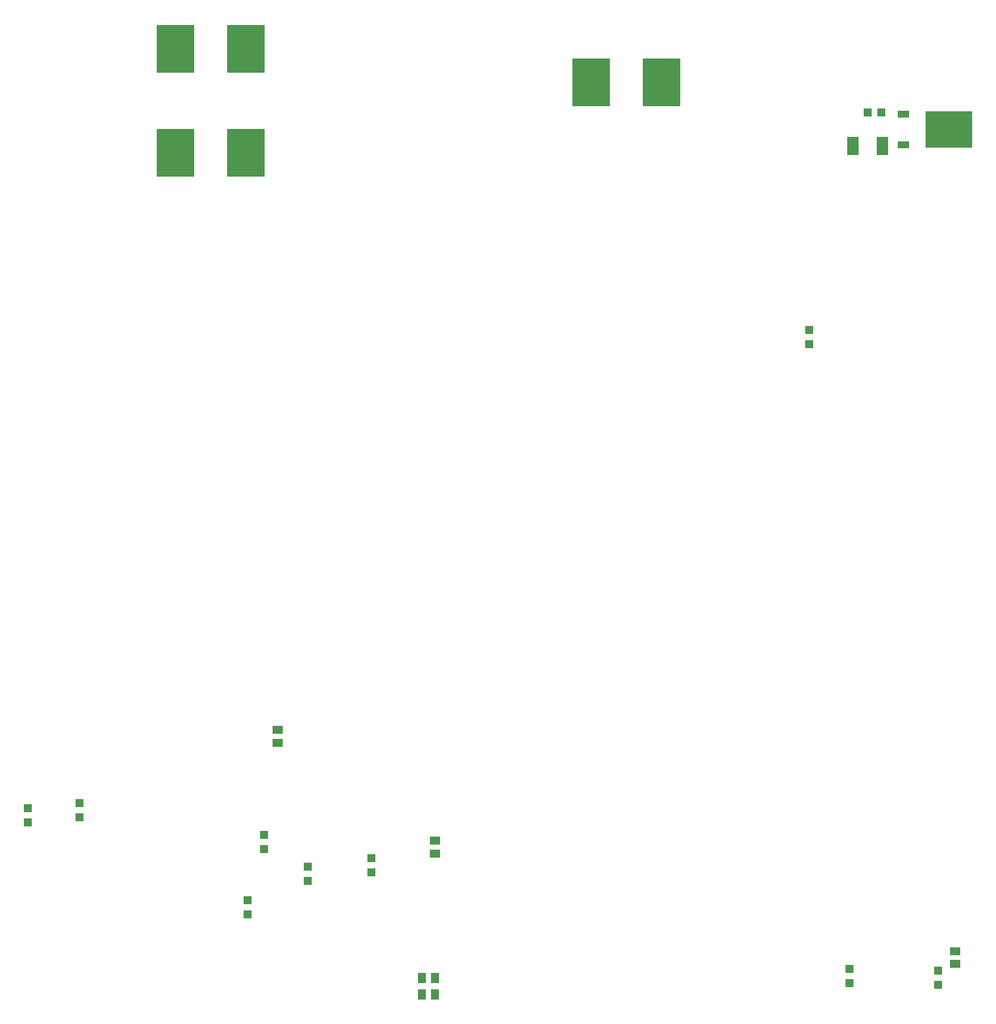
<source format=gbr>
G04 EAGLE Gerber RS-274X export*
G75*
%MOMM*%
%FSLAX34Y34*%
%LPD*%
%INSolderpaste Top*%
%IPPOS*%
%AMOC8*
5,1,8,0,0,1.08239X$1,22.5*%
G01*
%ADD10R,1.200000X1.200000*%
%ADD11R,1.500000X1.300000*%
%ADD12R,5.600000X7.230000*%
%ADD13R,1.300000X1.500000*%
%ADD14R,1.717900X0.973900*%
%ADD15R,7.000900X5.543900*%
%ADD16R,1.800000X2.700000*%


D10*
X570000Y345500D03*
X570000Y324500D03*
X1657500Y1050500D03*
X1657500Y1029500D03*
X492500Y338000D03*
X492500Y317000D03*
X1717500Y98000D03*
X1717500Y77000D03*
X1005000Y242000D03*
X1005000Y263000D03*
X910000Y229500D03*
X910000Y250500D03*
X845000Y298000D03*
X845000Y277000D03*
X1850000Y95500D03*
X1850000Y74500D03*
D11*
X1875000Y124500D03*
X1875000Y105500D03*
D12*
X817500Y1470000D03*
X712500Y1470000D03*
X712500Y1315000D03*
X817500Y1315000D03*
X1332500Y1420000D03*
X1437500Y1420000D03*
D13*
X1080500Y60000D03*
X1099500Y60000D03*
X1080500Y85000D03*
X1099500Y85000D03*
D10*
X820000Y200500D03*
X820000Y179500D03*
D11*
X1100000Y270500D03*
X1100000Y289500D03*
X865000Y454500D03*
X865000Y435500D03*
D14*
X1797959Y1372800D03*
X1797959Y1327200D03*
D15*
X1865626Y1350000D03*
D16*
X1723000Y1325000D03*
X1767000Y1325000D03*
D10*
X1765500Y1375000D03*
X1744500Y1375000D03*
M02*

</source>
